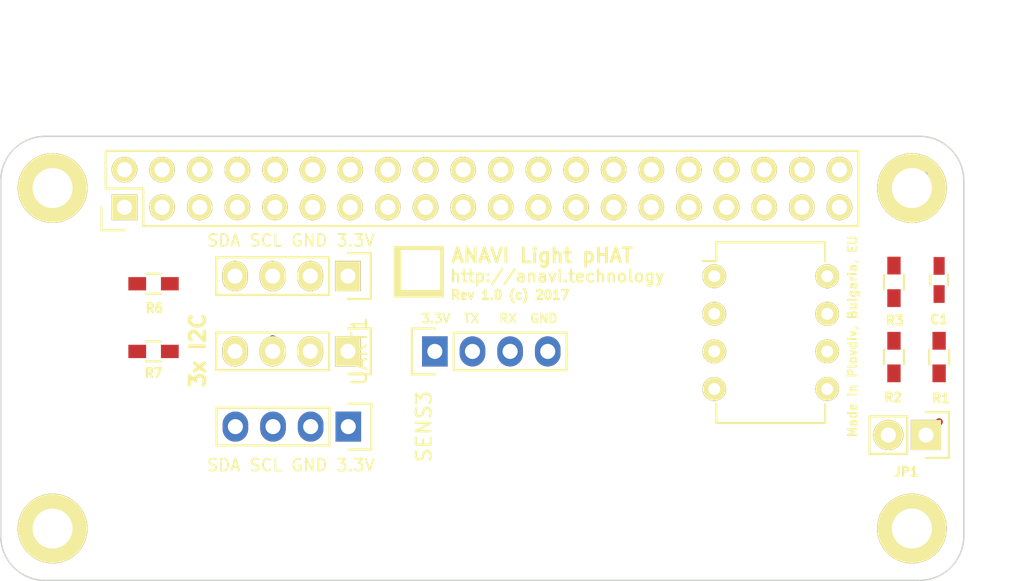
<source format=kicad_pcb>
(kicad_pcb (version 4) (host pcbnew 4.0.5+dfsg1-4)

  (general
    (links 47)
    (no_connects 47)
    (area 148.451099 74.953599 213.551101 105.053601)
    (thickness 1.6)
    (drawings 30)
    (tracks 63)
    (zones 0)
    (modules 18)
    (nets 10)
  )

  (page A4)
  (title_block
    (title "Anavi Infra pHAT")
    (date 2017-01-21)
    (company "Anavi Technology")
  )

  (layers
    (0 F.Cu signal)
    (31 B.Cu signal)
    (32 B.Adhes user)
    (33 F.Adhes user)
    (34 B.Paste user)
    (35 F.Paste user)
    (36 B.SilkS user)
    (37 F.SilkS user)
    (38 B.Mask user)
    (39 F.Mask user)
    (40 Dwgs.User user)
    (41 Cmts.User user)
    (42 Eco1.User user)
    (43 Eco2.User user)
    (44 Edge.Cuts user)
    (45 Margin user)
    (46 B.CrtYd user)
    (47 F.CrtYd user)
    (48 B.Fab user hide)
    (49 F.Fab user hide)
  )

  (setup
    (last_trace_width 0.5)
    (user_trace_width 0.254)
    (user_trace_width 0.5)
    (user_trace_width 0.754)
    (trace_clearance 0.254)
    (zone_clearance 0.508)
    (zone_45_only no)
    (trace_min 0.25)
    (segment_width 0.2)
    (edge_width 0.1)
    (via_size 0.85)
    (via_drill 0.4)
    (via_min_size 0.4)
    (via_min_drill 0.3)
    (uvia_size 0.35)
    (uvia_drill 0.1)
    (uvias_allowed no)
    (uvia_min_size 0.2)
    (uvia_min_drill 0.1)
    (pcb_text_width 0.3)
    (pcb_text_size 1.5 1.5)
    (mod_edge_width 0.15)
    (mod_text_size 1 1)
    (mod_text_width 0.15)
    (pad_size 4.7 4.7)
    (pad_drill 2.7)
    (pad_to_mask_clearance 0)
    (aux_axis_origin 0 0)
    (visible_elements FFFFFF1F)
    (pcbplotparams
      (layerselection 0x010f0_80000001)
      (usegerberextensions true)
      (excludeedgelayer true)
      (linewidth 0.100000)
      (plotframeref false)
      (viasonmask false)
      (mode 1)
      (useauxorigin false)
      (hpglpennumber 1)
      (hpglpenspeed 20)
      (hpglpendiameter 15)
      (hpglpenoverlay 2)
      (psnegative false)
      (psa4output false)
      (plotreference true)
      (plotvalue true)
      (plotinvisibletext false)
      (padsonsilk false)
      (subtractmaskfromsilk false)
      (outputformat 1)
      (mirror false)
      (drillshape 0)
      (scaleselection 1)
      (outputdirectory plots/rev-1.1/))
  )

  (net 0 "")
  (net 1 +3V3)
  (net 2 +5V)
  (net 3 "Net-(JP1-Pad1)")
  (net 4 "Net-(R2-Pad2)")
  (net 5 "Net-(R3-Pad2)")
  (net 6 "Net-(R6-Pad2)")
  (net 7 "Net-(R7-Pad2)")
  (net 8 /TXD)
  (net 9 /RXD)

  (net_class Default "This is the default net class."
    (clearance 0.254)
    (trace_width 0.5)
    (via_dia 0.85)
    (via_drill 0.4)
    (uvia_dia 0.35)
    (uvia_drill 0.1)
    (add_net +3V3)
    (add_net +5V)
    (add_net /RXD)
    (add_net /TXD)
    (add_net "Net-(JP1-Pad1)")
    (add_net "Net-(R2-Pad2)")
    (add_net "Net-(R3-Pad2)")
    (add_net "Net-(R6-Pad2)")
    (add_net "Net-(R7-Pad2)")
  )

  (net_class vcc ""
    (clearance 0.254)
    (trace_width 1.5)
    (via_dia 0.85)
    (via_drill 0.4)
    (uvia_dia 0.35)
    (uvia_drill 0.1)
  )

  (module Housings_DIP:DIP-8_W7.62mm (layer F.Cu) (tedit 588FBD0C) (tstamp 5883179C)
    (at 196.6595 84.455)
    (descr "8-lead dip package, row spacing 7.62 mm (300 mils)")
    (tags "dil dip 2.54 300")
    (path /56FB5761)
    (fp_text reference U1 (at 0 -5.22) (layer F.SilkS) hide
      (effects (font (size 1 1) (thickness 0.15)))
    )
    (fp_text value CAT24C32WI-GT3 (at 0 -3.72) (layer F.Fab) hide
      (effects (font (size 1 1) (thickness 0.15)))
    )
    (fp_line (start -1.05 -2.45) (end -1.05 10.1) (layer F.CrtYd) (width 0.05))
    (fp_line (start 8.65 -2.45) (end 8.65 10.1) (layer F.CrtYd) (width 0.05))
    (fp_line (start -1.05 -2.45) (end 8.65 -2.45) (layer F.CrtYd) (width 0.05))
    (fp_line (start -1.05 10.1) (end 8.65 10.1) (layer F.CrtYd) (width 0.05))
    (fp_line (start 0.135 -2.295) (end 0.135 -1.025) (layer F.SilkS) (width 0.15))
    (fp_line (start 7.485 -2.295) (end 7.485 -1.025) (layer F.SilkS) (width 0.15))
    (fp_line (start 7.485 9.915) (end 7.485 8.645) (layer F.SilkS) (width 0.15))
    (fp_line (start 0.135 9.915) (end 0.135 8.645) (layer F.SilkS) (width 0.15))
    (fp_line (start 0.135 -2.295) (end 7.485 -2.295) (layer F.SilkS) (width 0.15))
    (fp_line (start 0.135 9.915) (end 7.485 9.915) (layer F.SilkS) (width 0.15))
    (fp_line (start 0.135 -1.025) (end -0.8 -1.025) (layer F.SilkS) (width 0.15))
    (pad 1 thru_hole oval (at 0 0) (size 1.6 1.6) (drill 0.8) (layers *.Cu *.Mask F.SilkS)
      (net 1 +3V3))
    (pad 2 thru_hole oval (at 0 2.54) (size 1.6 1.6) (drill 0.8) (layers *.Cu *.Mask F.SilkS)
      (net 1 +3V3))
    (pad 3 thru_hole oval (at 0 5.08) (size 1.6 1.6) (drill 0.8) (layers *.Cu *.Mask F.SilkS)
      (net 1 +3V3))
    (pad 4 thru_hole oval (at 0 7.62) (size 1.6 1.6) (drill 0.8) (layers *.Cu *.Mask F.SilkS)
      (net 1 +3V3))
    (pad 5 thru_hole oval (at 7.62 7.62) (size 1.6 1.6) (drill 0.8) (layers *.Cu *.Mask F.SilkS)
      (net 5 "Net-(R3-Pad2)"))
    (pad 6 thru_hole oval (at 7.62 5.08) (size 1.6 1.6) (drill 0.8) (layers *.Cu *.Mask F.SilkS)
      (net 4 "Net-(R2-Pad2)"))
    (pad 7 thru_hole oval (at 7.62 2.54) (size 1.6 1.6) (drill 0.8) (layers *.Cu *.Mask F.SilkS)
      (net 3 "Net-(JP1-Pad1)"))
    (pad 8 thru_hole oval (at 7.62 0) (size 1.6 1.6) (drill 0.8) (layers *.Cu *.Mask F.SilkS)
      (net 1 +3V3))
    (model Housings_DIP.3dshapes/DIP-8_W7.62mm.wrl
      (at (xyz 0 0 0))
      (scale (xyz 1 1 1))
      (rotate (xyz 0 0 0))
    )
  )

  (module Pin_Headers:Pin_Header_Straight_1x04 (layer F.Cu) (tedit 588FBD33) (tstamp 58831788)
    (at 171.9335 84.448 270)
    (descr "Through hole pin header")
    (tags "pin header")
    (path /5752A123)
    (fp_text reference SENS2 (at 0 -5.1 270) (layer F.SilkS) hide
      (effects (font (size 1 1) (thickness 0.15)))
    )
    (fp_text value I2C_SENS_1 (at 0 -3.1 270) (layer F.Fab) hide
      (effects (font (size 1 1) (thickness 0.15)))
    )
    (fp_line (start -1.75 -1.75) (end -1.75 9.4) (layer F.CrtYd) (width 0.05))
    (fp_line (start 1.75 -1.75) (end 1.75 9.4) (layer F.CrtYd) (width 0.05))
    (fp_line (start -1.75 -1.75) (end 1.75 -1.75) (layer F.CrtYd) (width 0.05))
    (fp_line (start -1.75 9.4) (end 1.75 9.4) (layer F.CrtYd) (width 0.05))
    (fp_line (start -1.27 1.27) (end -1.27 8.89) (layer F.SilkS) (width 0.15))
    (fp_line (start 1.27 1.27) (end 1.27 8.89) (layer F.SilkS) (width 0.15))
    (fp_line (start 1.55 -1.55) (end 1.55 0) (layer F.SilkS) (width 0.15))
    (fp_line (start -1.27 8.89) (end 1.27 8.89) (layer F.SilkS) (width 0.15))
    (fp_line (start 1.27 1.27) (end -1.27 1.27) (layer F.SilkS) (width 0.15))
    (fp_line (start -1.55 0) (end -1.55 -1.55) (layer F.SilkS) (width 0.15))
    (fp_line (start -1.55 -1.55) (end 1.55 -1.55) (layer F.SilkS) (width 0.15))
    (pad 1 thru_hole rect (at 0 0 270) (size 2.032 1.7272) (drill 1.016) (layers *.Cu *.Mask F.SilkS)
      (net 1 +3V3))
    (pad 2 thru_hole oval (at 0 2.54 270) (size 2.032 1.7272) (drill 1.016) (layers *.Cu *.Mask F.SilkS)
      (net 1 +3V3))
    (pad 3 thru_hole oval (at 0 5.08 270) (size 2.032 1.7272) (drill 1.016) (layers *.Cu *.Mask F.SilkS)
      (net 7 "Net-(R7-Pad2)"))
    (pad 4 thru_hole oval (at 0 7.62 270) (size 2.032 1.7272) (drill 1.016) (layers *.Cu *.Mask F.SilkS)
      (net 6 "Net-(R6-Pad2)"))
    (model Pin_Headers.3dshapes/Pin_Header_Straight_1x04.wrl
      (at (xyz 0 -0.15 0))
      (scale (xyz 1 1 1))
      (rotate (xyz 0 0 90))
    )
  )

  (module Pin_Headers:Pin_Header_Straight_2x20 (layer F.Cu) (tedit 588FBD82) (tstamp 58831778)
    (at 156.85 79.8 90)
    (descr "Through hole pin header")
    (tags "pin header")
    (path /56FB7C7A)
    (fp_text reference RASP_CONN1 (at 0 -5.1 90) (layer F.SilkS) hide
      (effects (font (size 1 1) (thickness 0.15)))
    )
    (fp_text value Raspberry_PI (at 0 -3.1 90) (layer F.Fab) hide
      (effects (font (size 1 1) (thickness 0.15)))
    )
    (fp_line (start -1.75 -1.75) (end -1.75 50.05) (layer F.CrtYd) (width 0.05))
    (fp_line (start 4.3 -1.75) (end 4.3 50.05) (layer F.CrtYd) (width 0.05))
    (fp_line (start -1.75 -1.75) (end 4.3 -1.75) (layer F.CrtYd) (width 0.05))
    (fp_line (start -1.75 50.05) (end 4.3 50.05) (layer F.CrtYd) (width 0.05))
    (fp_line (start 3.81 49.53) (end 3.81 -1.27) (layer F.SilkS) (width 0.15))
    (fp_line (start -1.27 1.27) (end -1.27 49.53) (layer F.SilkS) (width 0.15))
    (fp_line (start 3.81 49.53) (end -1.27 49.53) (layer F.SilkS) (width 0.15))
    (fp_line (start 3.81 -1.27) (end 1.27 -1.27) (layer F.SilkS) (width 0.15))
    (fp_line (start 0 -1.55) (end -1.55 -1.55) (layer F.SilkS) (width 0.15))
    (fp_line (start 1.27 -1.27) (end 1.27 1.27) (layer F.SilkS) (width 0.15))
    (fp_line (start 1.27 1.27) (end -1.27 1.27) (layer F.SilkS) (width 0.15))
    (fp_line (start -1.55 -1.55) (end -1.55 0) (layer F.SilkS) (width 0.15))
    (pad 1 thru_hole rect (at 0 0 90) (size 1.7272 1.7272) (drill 1.016) (layers *.Cu *.Mask F.SilkS)
      (net 1 +3V3))
    (pad 2 thru_hole oval (at 2.54 0 90) (size 1.7272 1.7272) (drill 1.016) (layers *.Cu *.Mask F.SilkS)
      (net 2 +5V))
    (pad 3 thru_hole oval (at 0 2.54 90) (size 1.7272 1.7272) (drill 1.016) (layers *.Cu *.Mask F.SilkS)
      (net 6 "Net-(R6-Pad2)"))
    (pad 4 thru_hole oval (at 2.54 2.54 90) (size 1.7272 1.7272) (drill 1.016) (layers *.Cu *.Mask F.SilkS)
      (net 2 +5V))
    (pad 5 thru_hole oval (at 0 5.08 90) (size 1.7272 1.7272) (drill 1.016) (layers *.Cu *.Mask F.SilkS)
      (net 7 "Net-(R7-Pad2)"))
    (pad 6 thru_hole oval (at 2.54 5.08 90) (size 1.7272 1.7272) (drill 1.016) (layers *.Cu *.Mask F.SilkS)
      (net 1 +3V3))
    (pad 7 thru_hole oval (at 0 7.62 90) (size 1.7272 1.7272) (drill 1.016) (layers *.Cu *.Mask F.SilkS))
    (pad 8 thru_hole oval (at 2.54 7.62 90) (size 1.7272 1.7272) (drill 1.016) (layers *.Cu *.Mask F.SilkS)
      (net 8 /TXD))
    (pad 9 thru_hole oval (at 0 10.16 90) (size 1.7272 1.7272) (drill 1.016) (layers *.Cu *.Mask F.SilkS)
      (net 1 +3V3))
    (pad 10 thru_hole oval (at 2.54 10.16 90) (size 1.7272 1.7272) (drill 1.016) (layers *.Cu *.Mask F.SilkS)
      (net 9 /RXD))
    (pad 11 thru_hole oval (at 0 12.7 90) (size 1.7272 1.7272) (drill 1.016) (layers *.Cu *.Mask F.SilkS))
    (pad 12 thru_hole oval (at 2.54 12.7 90) (size 1.7272 1.7272) (drill 1.016) (layers *.Cu *.Mask F.SilkS))
    (pad 13 thru_hole oval (at 0 15.24 90) (size 1.7272 1.7272) (drill 1.016) (layers *.Cu *.Mask F.SilkS))
    (pad 14 thru_hole oval (at 2.54 15.24 90) (size 1.7272 1.7272) (drill 1.016) (layers *.Cu *.Mask F.SilkS)
      (net 1 +3V3))
    (pad 15 thru_hole oval (at 0 17.78 90) (size 1.7272 1.7272) (drill 1.016) (layers *.Cu *.Mask F.SilkS))
    (pad 16 thru_hole oval (at 2.54 17.78 90) (size 1.7272 1.7272) (drill 1.016) (layers *.Cu *.Mask F.SilkS))
    (pad 17 thru_hole oval (at 0 20.32 90) (size 1.7272 1.7272) (drill 1.016) (layers *.Cu *.Mask F.SilkS)
      (net 1 +3V3))
    (pad 18 thru_hole oval (at 2.54 20.32 90) (size 1.7272 1.7272) (drill 1.016) (layers *.Cu *.Mask F.SilkS))
    (pad 19 thru_hole oval (at 0 22.86 90) (size 1.7272 1.7272) (drill 1.016) (layers *.Cu *.Mask F.SilkS))
    (pad 20 thru_hole oval (at 2.54 22.86 90) (size 1.7272 1.7272) (drill 1.016) (layers *.Cu *.Mask F.SilkS)
      (net 1 +3V3))
    (pad 21 thru_hole oval (at 0 25.4 90) (size 1.7272 1.7272) (drill 1.016) (layers *.Cu *.Mask F.SilkS))
    (pad 22 thru_hole oval (at 2.54 25.4 90) (size 1.7272 1.7272) (drill 1.016) (layers *.Cu *.Mask F.SilkS))
    (pad 23 thru_hole oval (at 0 27.94 90) (size 1.7272 1.7272) (drill 1.016) (layers *.Cu *.Mask F.SilkS))
    (pad 24 thru_hole oval (at 2.54 27.94 90) (size 1.7272 1.7272) (drill 1.016) (layers *.Cu *.Mask F.SilkS))
    (pad 25 thru_hole oval (at 0 30.48 90) (size 1.7272 1.7272) (drill 1.016) (layers *.Cu *.Mask F.SilkS)
      (net 1 +3V3))
    (pad 26 thru_hole oval (at 2.54 30.48 90) (size 1.7272 1.7272) (drill 1.016) (layers *.Cu *.Mask F.SilkS))
    (pad 27 thru_hole oval (at 0 33.02 90) (size 1.7272 1.7272) (drill 1.016) (layers *.Cu *.Mask F.SilkS)
      (net 5 "Net-(R3-Pad2)"))
    (pad 28 thru_hole oval (at 2.54 33.02 90) (size 1.7272 1.7272) (drill 1.016) (layers *.Cu *.Mask F.SilkS)
      (net 4 "Net-(R2-Pad2)"))
    (pad 29 thru_hole oval (at 0 35.56 90) (size 1.7272 1.7272) (drill 1.016) (layers *.Cu *.Mask F.SilkS))
    (pad 30 thru_hole oval (at 2.54 35.56 90) (size 1.7272 1.7272) (drill 1.016) (layers *.Cu *.Mask F.SilkS)
      (net 1 +3V3))
    (pad 31 thru_hole oval (at 0 38.1 90) (size 1.7272 1.7272) (drill 1.016) (layers *.Cu *.Mask F.SilkS))
    (pad 32 thru_hole oval (at 2.54 38.1 90) (size 1.7272 1.7272) (drill 1.016) (layers *.Cu *.Mask F.SilkS))
    (pad 33 thru_hole oval (at 0 40.64 90) (size 1.7272 1.7272) (drill 1.016) (layers *.Cu *.Mask F.SilkS))
    (pad 34 thru_hole oval (at 2.54 40.64 90) (size 1.7272 1.7272) (drill 1.016) (layers *.Cu *.Mask F.SilkS)
      (net 1 +3V3))
    (pad 35 thru_hole oval (at 0 43.18 90) (size 1.7272 1.7272) (drill 1.016) (layers *.Cu *.Mask F.SilkS))
    (pad 36 thru_hole oval (at 2.54 43.18 90) (size 1.7272 1.7272) (drill 1.016) (layers *.Cu *.Mask F.SilkS))
    (pad 37 thru_hole oval (at 0 45.72 90) (size 1.7272 1.7272) (drill 1.016) (layers *.Cu *.Mask F.SilkS))
    (pad 38 thru_hole oval (at 2.54 45.72 90) (size 1.7272 1.7272) (drill 1.016) (layers *.Cu *.Mask F.SilkS))
    (pad 39 thru_hole oval (at 0 48.26 90) (size 1.7272 1.7272) (drill 1.016) (layers *.Cu *.Mask F.SilkS)
      (net 1 +3V3))
    (pad 40 thru_hole oval (at 2.54 48.26 90) (size 1.7272 1.7272) (drill 1.016) (layers *.Cu *.Mask F.SilkS))
    (model Pin_Headers.3dshapes/Pin_Header_Straight_2x20.wrl
      (at (xyz 0.05 -0.95 0))
      (scale (xyz 1 1 1))
      (rotate (xyz 0 0 90))
    )
  )

  (module Capacitors_SMD:C_0603_HandSoldering (layer F.Cu) (tedit 58E742C4) (tstamp 58831703)
    (at 211.836 84.709 90)
    (descr "Capacitor SMD 0603, hand soldering")
    (tags "capacitor 0603")
    (path /56FB5967)
    (attr smd)
    (fp_text reference C1 (at -2.667 0 180) (layer F.SilkS)
      (effects (font (size 0.6 0.6) (thickness 0.15)))
    )
    (fp_text value 0.1 (at 0 1.9 90) (layer F.Fab) hide
      (effects (font (size 1 1) (thickness 0.15)))
    )
    (fp_line (start -1.85 -0.75) (end 1.85 -0.75) (layer F.CrtYd) (width 0.05))
    (fp_line (start -1.85 0.75) (end 1.85 0.75) (layer F.CrtYd) (width 0.05))
    (fp_line (start -1.85 -0.75) (end -1.85 0.75) (layer F.CrtYd) (width 0.05))
    (fp_line (start 1.85 -0.75) (end 1.85 0.75) (layer F.CrtYd) (width 0.05))
    (fp_line (start -0.35 -0.6) (end 0.35 -0.6) (layer F.SilkS) (width 0.15))
    (fp_line (start 0.35 0.6) (end -0.35 0.6) (layer F.SilkS) (width 0.15))
    (pad 1 smd rect (at -0.95 0 90) (size 1.2 0.75) (layers F.Cu F.Paste F.Mask)
      (net 1 +3V3))
    (pad 2 smd rect (at 0.95 0 90) (size 1.2 0.75) (layers F.Cu F.Paste F.Mask)
      (net 1 +3V3))
    (model Capacitors_SMD.3dshapes/C_0603_HandSoldering.wrl
      (at (xyz 0 0 0))
      (scale (xyz 1 1 1))
      (rotate (xyz 0 0 0))
    )
  )

  (module Pin_Headers:Pin_Header_Straight_1x02 (layer F.Cu) (tedit 58E742DE) (tstamp 5883171B)
    (at 210.947 95.1865 270)
    (descr "Through hole pin header")
    (tags "pin header")
    (path /570C5478)
    (fp_text reference JP1 (at 2.4765 1.3335 360) (layer F.SilkS)
      (effects (font (size 0.6 0.6) (thickness 0.15)))
    )
    (fp_text value JUMPER (at 0 -3.1 270) (layer F.Fab) hide
      (effects (font (size 1 1) (thickness 0.15)))
    )
    (fp_line (start 1.27 1.27) (end 1.27 3.81) (layer F.SilkS) (width 0.15))
    (fp_line (start 1.55 -1.55) (end 1.55 0) (layer F.SilkS) (width 0.15))
    (fp_line (start -1.75 -1.75) (end -1.75 4.3) (layer F.CrtYd) (width 0.05))
    (fp_line (start 1.75 -1.75) (end 1.75 4.3) (layer F.CrtYd) (width 0.05))
    (fp_line (start -1.75 -1.75) (end 1.75 -1.75) (layer F.CrtYd) (width 0.05))
    (fp_line (start -1.75 4.3) (end 1.75 4.3) (layer F.CrtYd) (width 0.05))
    (fp_line (start 1.27 1.27) (end -1.27 1.27) (layer F.SilkS) (width 0.15))
    (fp_line (start -1.55 0) (end -1.55 -1.55) (layer F.SilkS) (width 0.15))
    (fp_line (start -1.55 -1.55) (end 1.55 -1.55) (layer F.SilkS) (width 0.15))
    (fp_line (start -1.27 1.27) (end -1.27 3.81) (layer F.SilkS) (width 0.15))
    (fp_line (start -1.27 3.81) (end 1.27 3.81) (layer F.SilkS) (width 0.15))
    (pad 1 thru_hole rect (at 0 0 270) (size 2.032 2.032) (drill 1.016) (layers *.Cu *.Mask F.SilkS)
      (net 3 "Net-(JP1-Pad1)"))
    (pad 2 thru_hole oval (at 0 2.54 270) (size 2.032 2.032) (drill 1.016) (layers *.Cu *.Mask F.SilkS)
      (net 1 +3V3))
    (model Pin_Headers.3dshapes/Pin_Header_Straight_1x02.wrl
      (at (xyz 0 -0.05 0))
      (scale (xyz 1 1 1))
      (rotate (xyz 0 0 90))
    )
  )

  (module Resistors_SMD:R_0603_HandSoldering (layer F.Cu) (tedit 58E742CF) (tstamp 58831728)
    (at 211.836 89.916 270)
    (descr "Resistor SMD 0603, hand soldering")
    (tags "resistor 0603")
    (path /56FB57DD)
    (attr smd)
    (fp_text reference R1 (at 2.794 -0.127 360) (layer F.SilkS)
      (effects (font (size 0.6 0.6) (thickness 0.15)))
    )
    (fp_text value 1K (at 0 1.9 270) (layer F.Fab) hide
      (effects (font (size 1 1) (thickness 0.15)))
    )
    (fp_line (start -2 -0.8) (end 2 -0.8) (layer F.CrtYd) (width 0.05))
    (fp_line (start -2 0.8) (end 2 0.8) (layer F.CrtYd) (width 0.05))
    (fp_line (start -2 -0.8) (end -2 0.8) (layer F.CrtYd) (width 0.05))
    (fp_line (start 2 -0.8) (end 2 0.8) (layer F.CrtYd) (width 0.05))
    (fp_line (start 0.5 0.675) (end -0.5 0.675) (layer F.SilkS) (width 0.15))
    (fp_line (start -0.5 -0.675) (end 0.5 -0.675) (layer F.SilkS) (width 0.15))
    (pad 1 smd rect (at -1.1 0 270) (size 1.2 0.9) (layers F.Cu F.Paste F.Mask)
      (net 1 +3V3))
    (pad 2 smd rect (at 1.1 0 270) (size 1.2 0.9) (layers F.Cu F.Paste F.Mask)
      (net 3 "Net-(JP1-Pad1)"))
    (model Resistors_SMD.3dshapes/R_0603_HandSoldering.wrl
      (at (xyz 0 0 0))
      (scale (xyz 1 1 1))
      (rotate (xyz 0 0 0))
    )
  )

  (module Resistors_SMD:R_0603_HandSoldering (layer F.Cu) (tedit 58E742CA) (tstamp 5883172E)
    (at 208.788 89.916 270)
    (descr "Resistor SMD 0603, hand soldering")
    (tags "resistor 0603")
    (path /56FB589D)
    (attr smd)
    (fp_text reference R2 (at 2.7305 0.0635 360) (layer F.SilkS)
      (effects (font (size 0.6 0.6) (thickness 0.15)))
    )
    (fp_text value 4.7K (at 0 1.9 270) (layer F.Fab) hide
      (effects (font (size 1 1) (thickness 0.15)))
    )
    (fp_line (start -2 -0.8) (end 2 -0.8) (layer F.CrtYd) (width 0.05))
    (fp_line (start -2 0.8) (end 2 0.8) (layer F.CrtYd) (width 0.05))
    (fp_line (start -2 -0.8) (end -2 0.8) (layer F.CrtYd) (width 0.05))
    (fp_line (start 2 -0.8) (end 2 0.8) (layer F.CrtYd) (width 0.05))
    (fp_line (start 0.5 0.675) (end -0.5 0.675) (layer F.SilkS) (width 0.15))
    (fp_line (start -0.5 -0.675) (end 0.5 -0.675) (layer F.SilkS) (width 0.15))
    (pad 1 smd rect (at -1.1 0 270) (size 1.2 0.9) (layers F.Cu F.Paste F.Mask)
      (net 1 +3V3))
    (pad 2 smd rect (at 1.1 0 270) (size 1.2 0.9) (layers F.Cu F.Paste F.Mask)
      (net 4 "Net-(R2-Pad2)"))
    (model Resistors_SMD.3dshapes/R_0603_HandSoldering.wrl
      (at (xyz 0 0 0))
      (scale (xyz 1 1 1))
      (rotate (xyz 0 0 0))
    )
  )

  (module Resistors_SMD:R_0603_HandSoldering (layer F.Cu) (tedit 58E742BC) (tstamp 58831734)
    (at 208.788 84.836 90)
    (descr "Resistor SMD 0603, hand soldering")
    (tags "resistor 0603")
    (path /56FB5912)
    (attr smd)
    (fp_text reference R3 (at -2.6035 0.0635 180) (layer F.SilkS)
      (effects (font (size 0.6 0.6) (thickness 0.15)))
    )
    (fp_text value 4.7K (at 0 1.9 90) (layer F.Fab) hide
      (effects (font (size 1 1) (thickness 0.15)))
    )
    (fp_line (start -2 -0.8) (end 2 -0.8) (layer F.CrtYd) (width 0.05))
    (fp_line (start -2 0.8) (end 2 0.8) (layer F.CrtYd) (width 0.05))
    (fp_line (start -2 -0.8) (end -2 0.8) (layer F.CrtYd) (width 0.05))
    (fp_line (start 2 -0.8) (end 2 0.8) (layer F.CrtYd) (width 0.05))
    (fp_line (start 0.5 0.675) (end -0.5 0.675) (layer F.SilkS) (width 0.15))
    (fp_line (start -0.5 -0.675) (end 0.5 -0.675) (layer F.SilkS) (width 0.15))
    (pad 1 smd rect (at -1.1 0 90) (size 1.2 0.9) (layers F.Cu F.Paste F.Mask)
      (net 1 +3V3))
    (pad 2 smd rect (at 1.1 0 90) (size 1.2 0.9) (layers F.Cu F.Paste F.Mask)
      (net 5 "Net-(R3-Pad2)"))
    (model Resistors_SMD.3dshapes/R_0603_HandSoldering.wrl
      (at (xyz 0 0 0))
      (scale (xyz 1 1 1))
      (rotate (xyz 0 0 0))
    )
  )

  (module Resistors_SMD:R_0603_HandSoldering (layer F.Cu) (tedit 58E741CC) (tstamp 58831746)
    (at 158.8135 84.963)
    (descr "Resistor SMD 0603, hand soldering")
    (tags "resistor 0603")
    (path /570C0762)
    (attr smd)
    (fp_text reference R6 (at 0.0635 1.651) (layer F.SilkS)
      (effects (font (size 0.6 0.6) (thickness 0.15)))
    )
    (fp_text value 4.7K (at 0 1.9) (layer F.Fab) hide
      (effects (font (size 1 1) (thickness 0.15)))
    )
    (fp_line (start -2 -0.8) (end 2 -0.8) (layer F.CrtYd) (width 0.05))
    (fp_line (start -2 0.8) (end 2 0.8) (layer F.CrtYd) (width 0.05))
    (fp_line (start -2 -0.8) (end -2 0.8) (layer F.CrtYd) (width 0.05))
    (fp_line (start 2 -0.8) (end 2 0.8) (layer F.CrtYd) (width 0.05))
    (fp_line (start 0.5 0.675) (end -0.5 0.675) (layer F.SilkS) (width 0.15))
    (fp_line (start -0.5 -0.675) (end 0.5 -0.675) (layer F.SilkS) (width 0.15))
    (pad 1 smd rect (at -1.1 0) (size 1.2 0.9) (layers F.Cu F.Paste F.Mask)
      (net 1 +3V3))
    (pad 2 smd rect (at 1.1 0) (size 1.2 0.9) (layers F.Cu F.Paste F.Mask)
      (net 6 "Net-(R6-Pad2)"))
    (model Resistors_SMD.3dshapes/R_0603_HandSoldering.wrl
      (at (xyz 0 0 0))
      (scale (xyz 1 1 1))
      (rotate (xyz 0 0 0))
    )
  )

  (module Resistors_SMD:R_0603_HandSoldering (layer F.Cu) (tedit 58E74205) (tstamp 5883174C)
    (at 158.8135 89.535)
    (descr "Resistor SMD 0603, hand soldering")
    (tags "resistor 0603")
    (path /570C0BD5)
    (attr smd)
    (fp_text reference R7 (at 0 1.4605) (layer F.SilkS)
      (effects (font (size 0.6 0.6) (thickness 0.15)))
    )
    (fp_text value 4.7K (at 0 1.9) (layer F.Fab) hide
      (effects (font (size 1 1) (thickness 0.15)))
    )
    (fp_line (start -2 -0.8) (end 2 -0.8) (layer F.CrtYd) (width 0.05))
    (fp_line (start -2 0.8) (end 2 0.8) (layer F.CrtYd) (width 0.05))
    (fp_line (start -2 -0.8) (end -2 0.8) (layer F.CrtYd) (width 0.05))
    (fp_line (start 2 -0.8) (end 2 0.8) (layer F.CrtYd) (width 0.05))
    (fp_line (start 0.5 0.675) (end -0.5 0.675) (layer F.SilkS) (width 0.15))
    (fp_line (start -0.5 -0.675) (end 0.5 -0.675) (layer F.SilkS) (width 0.15))
    (pad 1 smd rect (at -1.1 0) (size 1.2 0.9) (layers F.Cu F.Paste F.Mask)
      (net 1 +3V3))
    (pad 2 smd rect (at 1.1 0) (size 1.2 0.9) (layers F.Cu F.Paste F.Mask)
      (net 7 "Net-(R7-Pad2)"))
    (model Resistors_SMD.3dshapes/R_0603_HandSoldering.wrl
      (at (xyz 0 0 0))
      (scale (xyz 1 1 1))
      (rotate (xyz 0 0 0))
    )
  )

  (module Pin_Headers:Pin_Header_Straight_1x04 (layer F.Cu) (tedit 588FBD3A) (tstamp 58831780)
    (at 171.9335 89.528 270)
    (descr "Through hole pin header")
    (tags "pin header")
    (path /5704A9C3)
    (fp_text reference SENS1 (at 0 -5.1 270) (layer F.SilkS) hide
      (effects (font (size 1 1) (thickness 0.15)))
    )
    (fp_text value I2C_SENS_1 (at 0 -3.1 270) (layer F.Fab) hide
      (effects (font (size 1 1) (thickness 0.15)))
    )
    (fp_line (start -1.75 -1.75) (end -1.75 9.4) (layer F.CrtYd) (width 0.05))
    (fp_line (start 1.75 -1.75) (end 1.75 9.4) (layer F.CrtYd) (width 0.05))
    (fp_line (start -1.75 -1.75) (end 1.75 -1.75) (layer F.CrtYd) (width 0.05))
    (fp_line (start -1.75 9.4) (end 1.75 9.4) (layer F.CrtYd) (width 0.05))
    (fp_line (start -1.27 1.27) (end -1.27 8.89) (layer F.SilkS) (width 0.15))
    (fp_line (start 1.27 1.27) (end 1.27 8.89) (layer F.SilkS) (width 0.15))
    (fp_line (start 1.55 -1.55) (end 1.55 0) (layer F.SilkS) (width 0.15))
    (fp_line (start -1.27 8.89) (end 1.27 8.89) (layer F.SilkS) (width 0.15))
    (fp_line (start 1.27 1.27) (end -1.27 1.27) (layer F.SilkS) (width 0.15))
    (fp_line (start -1.55 0) (end -1.55 -1.55) (layer F.SilkS) (width 0.15))
    (fp_line (start -1.55 -1.55) (end 1.55 -1.55) (layer F.SilkS) (width 0.15))
    (pad 1 thru_hole rect (at 0 0 270) (size 2.032 1.7272) (drill 1.016) (layers *.Cu *.Mask F.SilkS)
      (net 1 +3V3))
    (pad 2 thru_hole oval (at 0 2.54 270) (size 2.032 1.7272) (drill 1.016) (layers *.Cu *.Mask F.SilkS)
      (net 1 +3V3))
    (pad 3 thru_hole oval (at 0 5.08 270) (size 2.032 1.7272) (drill 1.016) (layers *.Cu *.Mask F.SilkS)
      (net 7 "Net-(R7-Pad2)"))
    (pad 4 thru_hole oval (at 0 7.62 270) (size 2.032 1.7272) (drill 1.016) (layers *.Cu *.Mask F.SilkS)
      (net 6 "Net-(R6-Pad2)"))
    (model Pin_Headers.3dshapes/Pin_Header_Straight_1x04.wrl
      (at (xyz 0 -0.15 0))
      (scale (xyz 1 1 1))
      (rotate (xyz 0 0 90))
    )
  )

  (module Mounting_Holes:MountingHole_2.7mm_M2.5_DIN965_Pad (layer F.Cu) (tedit 588FBCDB) (tstamp 588C38C3)
    (at 152 78.5)
    (descr "Mounting Hole 2.7mm, M2.5, DIN965")
    (tags "mounting hole 2.7mm m2.5 din965")
    (fp_text reference REF1 (at 0 -3.35) (layer F.SilkS) hide
      (effects (font (size 1 1) (thickness 0.15)))
    )
    (fp_text value MountingHole_2.7mm_M2.5_DIN965_Pad (at 0 3.35) (layer F.Fab) hide
      (effects (font (size 1 1) (thickness 0.15)))
    )
    (fp_circle (center 0 0) (end 2.35 0) (layer Cmts.User) (width 0.15))
    (fp_circle (center 0 0) (end 2.6 0) (layer F.CrtYd) (width 0.05))
    (pad 1 thru_hole circle (at 0 0) (size 4.7 4.7) (drill 2.7) (layers *.Cu *.Mask F.SilkS))
  )

  (module Mounting_Holes:MountingHole_2.7mm_M2.5_DIN965_Pad (layer F.Cu) (tedit 588FBCD6) (tstamp 588C38D0)
    (at 210 78.5)
    (descr "Mounting Hole 2.7mm, M2.5, DIN965")
    (tags "mounting hole 2.7mm m2.5 din965")
    (fp_text reference REF2 (at 0 -3.35) (layer F.SilkS) hide
      (effects (font (size 1 1) (thickness 0.15)))
    )
    (fp_text value MountingHole_2.7mm_M2.5_DIN965_Pad (at 0 3.35) (layer F.Fab) hide
      (effects (font (size 1 1) (thickness 0.15)))
    )
    (fp_circle (center 0 0) (end 2.35 0) (layer Cmts.User) (width 0.15))
    (fp_circle (center 0 0) (end 2.6 0) (layer F.CrtYd) (width 0.05))
    (pad 2 thru_hole circle (at 0 0) (size 4.7 4.7) (drill 2.7) (layers *.Cu *.Mask F.SilkS))
  )

  (module Mounting_Holes:MountingHole_2.7mm_M2.5_DIN965_Pad (layer F.Cu) (tedit 588FBCC1) (tstamp 588C398A)
    (at 210 101.5)
    (descr "Mounting Hole 2.7mm, M2.5, DIN965")
    (tags "mounting hole 2.7mm m2.5 din965")
    (fp_text reference REF3 (at 0 -3.35) (layer F.SilkS) hide
      (effects (font (size 1 1) (thickness 0.15)))
    )
    (fp_text value MountingHole_2.7mm_M2.5_DIN965_Pad (at 0 3.35) (layer F.Fab) hide
      (effects (font (size 1 1) (thickness 0.15)))
    )
    (fp_circle (center 0 0) (end 2.35 0) (layer Cmts.User) (width 0.15))
    (fp_circle (center 0 0) (end 2.6 0) (layer F.CrtYd) (width 0.05))
    (pad 3 thru_hole circle (at 0 0) (size 4.7 4.7) (drill 2.7) (layers *.Cu *.Mask F.SilkS))
  )

  (module Mounting_Holes:MountingHole_2.7mm_M2.5_DIN965_Pad (layer F.Cu) (tedit 588FBCE4) (tstamp 588C39A5)
    (at 152 101.5)
    (descr "Mounting Hole 2.7mm, M2.5, DIN965")
    (tags "mounting hole 2.7mm m2.5 din965")
    (fp_text reference REF4 (at 0 -3.35) (layer F.SilkS) hide
      (effects (font (size 1 1) (thickness 0.15)))
    )
    (fp_text value MountingHole_2.7mm_M2.5_DIN965_Pad (at 0 3.35) (layer F.Fab) hide
      (effects (font (size 1 1) (thickness 0.15)))
    )
    (fp_circle (center 0 0) (end 2.35 0) (layer Cmts.User) (width 0.15))
    (fp_circle (center 0 0) (end 2.6 0) (layer F.CrtYd) (width 0.05))
    (pad 4 thru_hole circle (at 0 0) (size 4.7 4.7) (drill 2.7) (layers *.Cu *.Mask F.SilkS))
  )

  (module logo:anavi-logo (layer F.Cu) (tedit 588538F6) (tstamp 58884B14)
    (at 176.7205 84.201)
    (fp_text reference "" (at 0 0) (layer F.SilkS) hide
      (effects (font (thickness 0.3)))
    )
    (fp_text value LOGO (at 0.75 0) (layer F.SilkS) hide
      (effects (font (thickness 0.3)))
    )
    (fp_poly (pts (xy 1.693334 1.693334) (xy -1.693333 1.693334) (xy -1.693333 -1.524) (xy -1.185333 -1.524)
      (xy -1.185333 1.185334) (xy 1.439334 1.185334) (xy 1.439334 -1.524) (xy -1.185333 -1.524)
      (xy -1.693333 -1.524) (xy -1.693333 -1.778) (xy 1.693334 -1.778) (xy 1.693334 1.693334)) (layer F.SilkS) (width 0.01))
  )

  (module Pin_Headers:Pin_Header_Straight_1x04 (layer F.Cu) (tedit 0) (tstamp 596D05DD)
    (at 177.8 89.535 90)
    (descr "Through hole pin header")
    (tags "pin header")
    (path /574EB04E)
    (fp_text reference UART1 (at 0 -5.1 90) (layer F.SilkS)
      (effects (font (size 1 1) (thickness 0.15)))
    )
    (fp_text value CONN_01X04 (at 0 -3.1 90) (layer F.Fab)
      (effects (font (size 1 1) (thickness 0.15)))
    )
    (fp_line (start -1.75 -1.75) (end -1.75 9.4) (layer F.CrtYd) (width 0.05))
    (fp_line (start 1.75 -1.75) (end 1.75 9.4) (layer F.CrtYd) (width 0.05))
    (fp_line (start -1.75 -1.75) (end 1.75 -1.75) (layer F.CrtYd) (width 0.05))
    (fp_line (start -1.75 9.4) (end 1.75 9.4) (layer F.CrtYd) (width 0.05))
    (fp_line (start -1.27 1.27) (end -1.27 8.89) (layer F.SilkS) (width 0.15))
    (fp_line (start 1.27 1.27) (end 1.27 8.89) (layer F.SilkS) (width 0.15))
    (fp_line (start 1.55 -1.55) (end 1.55 0) (layer F.SilkS) (width 0.15))
    (fp_line (start -1.27 8.89) (end 1.27 8.89) (layer F.SilkS) (width 0.15))
    (fp_line (start 1.27 1.27) (end -1.27 1.27) (layer F.SilkS) (width 0.15))
    (fp_line (start -1.55 0) (end -1.55 -1.55) (layer F.SilkS) (width 0.15))
    (fp_line (start -1.55 -1.55) (end 1.55 -1.55) (layer F.SilkS) (width 0.15))
    (pad 1 thru_hole rect (at 0 0 90) (size 2.032 1.7272) (drill 1.016) (layers *.Cu *.Mask)
      (net 1 +3V3))
    (pad 2 thru_hole oval (at 0 2.54 90) (size 2.032 1.7272) (drill 1.016) (layers *.Cu *.Mask)
      (net 8 /TXD))
    (pad 3 thru_hole oval (at 0 5.08 90) (size 2.032 1.7272) (drill 1.016) (layers *.Cu *.Mask)
      (net 9 /RXD))
    (pad 4 thru_hole oval (at 0 7.62 90) (size 2.032 1.7272) (drill 1.016) (layers *.Cu *.Mask)
      (net 1 +3V3))
    (model Pin_Headers.3dshapes/Pin_Header_Straight_1x04.wrl
      (at (xyz 0 -0.15 0))
      (scale (xyz 1 1 1))
      (rotate (xyz 0 0 90))
    )
  )

  (module Pin_Headers:Pin_Header_Straight_1x04 (layer F.Cu) (tedit 0) (tstamp 596D06DF)
    (at 171.958 94.615 270)
    (descr "Through hole pin header")
    (tags "pin header")
    (path /596D1403)
    (fp_text reference SENS3 (at 0 -5.1 270) (layer F.SilkS)
      (effects (font (size 1 1) (thickness 0.15)))
    )
    (fp_text value I2C_SENS_1 (at 0 -3.1 270) (layer F.Fab)
      (effects (font (size 1 1) (thickness 0.15)))
    )
    (fp_line (start -1.75 -1.75) (end -1.75 9.4) (layer F.CrtYd) (width 0.05))
    (fp_line (start 1.75 -1.75) (end 1.75 9.4) (layer F.CrtYd) (width 0.05))
    (fp_line (start -1.75 -1.75) (end 1.75 -1.75) (layer F.CrtYd) (width 0.05))
    (fp_line (start -1.75 9.4) (end 1.75 9.4) (layer F.CrtYd) (width 0.05))
    (fp_line (start -1.27 1.27) (end -1.27 8.89) (layer F.SilkS) (width 0.15))
    (fp_line (start 1.27 1.27) (end 1.27 8.89) (layer F.SilkS) (width 0.15))
    (fp_line (start 1.55 -1.55) (end 1.55 0) (layer F.SilkS) (width 0.15))
    (fp_line (start -1.27 8.89) (end 1.27 8.89) (layer F.SilkS) (width 0.15))
    (fp_line (start 1.27 1.27) (end -1.27 1.27) (layer F.SilkS) (width 0.15))
    (fp_line (start -1.55 0) (end -1.55 -1.55) (layer F.SilkS) (width 0.15))
    (fp_line (start -1.55 -1.55) (end 1.55 -1.55) (layer F.SilkS) (width 0.15))
    (pad 1 thru_hole rect (at 0 0 270) (size 2.032 1.7272) (drill 1.016) (layers *.Cu *.Mask)
      (net 1 +3V3))
    (pad 2 thru_hole oval (at 0 2.54 270) (size 2.032 1.7272) (drill 1.016) (layers *.Cu *.Mask)
      (net 1 +3V3))
    (pad 3 thru_hole oval (at 0 5.08 270) (size 2.032 1.7272) (drill 1.016) (layers *.Cu *.Mask)
      (net 7 "Net-(R7-Pad2)"))
    (pad 4 thru_hole oval (at 0 7.62 270) (size 2.032 1.7272) (drill 1.016) (layers *.Cu *.Mask)
      (net 6 "Net-(R6-Pad2)"))
    (model Pin_Headers.3dshapes/Pin_Header_Straight_1x04.wrl
      (at (xyz 0 -0.15 0))
      (scale (xyz 1 1 1))
      (rotate (xyz 0 0 90))
    )
  )

  (gr_line (start 179.0065 101.1555) (end 183.9595 101.1555) (angle 90) (layer F.Fab) (width 0.2))
  (gr_text "SDA SCL GND 3.3V" (at 168.0845 82.042) (layer F.SilkS)
    (effects (font (size 0.8 0.8) (thickness 0.125)))
  )
  (gr_text 4,7K (at 160.02 94.234 90) (layer F.Fab)
    (effects (font (size 1 1) (thickness 0.25)))
  )
  (gr_text 4,7K (at 158.877 89.535) (layer F.Fab)
    (effects (font (size 1 1) (thickness 0.25)))
  )
  (gr_text 4,7K (at 158.877 84.963) (layer F.Fab)
    (effects (font (size 1 1) (thickness 0.25)))
  )
  (gr_text "SDA SCL GND 3.3V" (at 168.0845 97.2185) (layer F.SilkS)
    (effects (font (size 0.8 0.8) (thickness 0.125)))
  )
  (gr_text 100nF (at 211.836 84.709 90) (layer F.Fab)
    (effects (font (size 1 0.8) (thickness 0.2)))
  )
  (gr_text 1K (at 211.963 89.916 90) (layer F.Fab)
    (effects (font (size 1 1) (thickness 0.25)))
  )
  (gr_text 4,7K (at 208.915 90.043 90) (layer F.Fab)
    (effects (font (size 1 1) (thickness 0.25)))
  )
  (gr_text 4,7K (at 208.915 84.836 90) (layer F.Fab)
    (effects (font (size 1 1) (thickness 0.25)))
  )
  (gr_text "Rev 1.0 (c) 2017" (at 182.88 85.725) (layer F.SilkS)
    (effects (font (size 0.6 0.6) (thickness 0.15)))
  )
  (gr_text "3.3V  TX   RX  GND" (at 181.483 87.3125) (layer F.SilkS)
    (effects (font (size 0.6 0.6) (thickness 0.125)))
  )
  (gr_text "3x I2C" (at 161.798 89.4715 90) (layer F.SilkS)
    (effects (font (size 1 1) (thickness 0.25)))
  )
  (gr_text "Made in Plovdiv, Bulgaria, EU" (at 205.994 88.519 90) (layer F.SilkS)
    (effects (font (size 0.6 0.6) (thickness 0.125)))
  )
  (gr_text http://anavi.technology (at 186.055 84.455) (layer F.SilkS)
    (effects (font (size 0.8 0.8) (thickness 0.15)))
  )
  (gr_text "ANAVI Light pHAT" (at 185.039 83.058) (layer F.SilkS)
    (effects (font (size 0.95 0.95) (thickness 0.2)))
  )
  (dimension 3.5 (width 0.3) (layer F.CrtYd)
    (gr_text "3.500 mm" (at 211.75 67.65) (layer F.CrtYd)
      (effects (font (size 1.5 1.5) (thickness 0.3)))
    )
    (feature1 (pts (xy 213.5 78.5) (xy 213.5 66.3)))
    (feature2 (pts (xy 210 78.5) (xy 210 66.3)))
    (crossbar (pts (xy 210 69) (xy 213.5 69)))
    (arrow1a (pts (xy 213.5 69) (xy 212.373496 69.586421)))
    (arrow1b (pts (xy 213.5 69) (xy 212.373496 68.413579)))
    (arrow2a (pts (xy 210 69) (xy 211.126504 69.586421)))
    (arrow2b (pts (xy 210 69) (xy 211.126504 68.413579)))
  )
  (gr_line (start 152 78.46) (end 152 77.46) (angle 90) (layer B.SilkS) (width 0.2))
  (gr_line (start 148.5011 102.0036) (end 148.5011 78.0036) (layer Edge.Cuts) (width 0.1))
  (gr_line (start 210.5011 105.0036) (end 151.5011 105.0036) (layer Edge.Cuts) (width 0.1))
  (gr_line (start 213.5011 78.0036) (end 213.5011 102.0036) (layer Edge.Cuts) (width 0.1))
  (gr_line (start 151.5011 75.0036) (end 210.5011 75.0036) (layer Edge.Cuts) (width 0.1))
  (gr_arc (start 151.5011 78.0036) (end 151.5011 75.0036) (angle -90) (layer Edge.Cuts) (width 0.1))
  (gr_circle (center 152.0011 77.5036) (end 152.0011 77.5036) (layer Edge.Cuts) (width 0.1))
  (gr_arc (start 210.5011 78.0036) (end 213.5011 78.0036) (angle -90) (layer Edge.Cuts) (width 0.1))
  (gr_circle (center 211.0011 77.5036) (end 211.0011 77.5036) (layer Edge.Cuts) (width 0.1))
  (gr_arc (start 210.5011 102.0036) (end 210.5011 105.0036) (angle -90) (layer Edge.Cuts) (width 0.1))
  (gr_circle (center 211.0011 101.5036) (end 211.0011 101.5036) (layer Edge.Cuts) (width 0.1))
  (gr_arc (start 151.5011 102.0036) (end 148.5011 102.0036) (angle -90) (layer Edge.Cuts) (width 0.1))
  (gr_circle (center 152.0011 101.5036) (end 152.0011 101.5036) (layer Edge.Cuts) (width 0.1))

  (segment (start 182.25 79.8) (end 182.289 79.8) (width 0.5) (layer F.Cu) (net 0) (status 30))
  (segment (start 182.25 79.8) (end 182.25 80.015) (width 0.5) (layer B.Cu) (net 0) (status 30))
  (segment (start 184.79 79.8) (end 184.829 79.8) (width 0.5) (layer B.Cu) (net 0) (status 30))
  (segment (start 184.79 79.8) (end 184.79 79.8245) (width 0.5) (layer F.Cu) (net 0) (status 30))
  (segment (start 184.79 77.26) (end 184.829 77.26) (width 0.254) (layer B.Cu) (net 0) (status 30))
  (segment (start 164.47 79.8) (end 164.421 79.8) (width 0.5) (layer B.Cu) (net 0) (status 30))
  (segment (start 164.47 80.132) (end 164.47 79.8) (width 0.5) (layer B.Cu) (net 0) (tstamp 58EB65A1) (status 30))
  (segment (start 164.47 79.8) (end 164.47 79.8145) (width 0.5) (layer B.Cu) (net 0) (status 30))
  (segment (start 164.47 79.8) (end 164.47 80.005) (width 0.5) (layer B.Cu) (net 0) (status 30))
  (segment (start 164.47 79.8) (end 164.47 80.259) (width 0.5) (layer B.Cu) (net 0) (status 30))
  (segment (start 169.55 77.26) (end 169.55 77.221) (width 0.5) (layer B.Cu) (net 0) (status 30))
  (segment (start 169.55 77.26) (end 169.5 77.25) (width 0.5) (layer B.Cu) (net 0) (status 80030))
  (segment (start 169.55 79.8) (end 169.55 79.888) (width 0.5) (layer B.Cu) (net 0) (status 30))
  (segment (start 169.545 79.756) (end 169.55 79.8) (width 0.5) (layer F.Cu) (net 0) (tstamp 5884DF77) (status 80030))
  (segment (start 169.55 79.8) (end 169.55 80.0685) (width 0.5) (layer B.Cu) (net 0) (status 30))
  (segment (start 174.63 79.8) (end 174.63 80.015) (width 0.5) (layer B.Cu) (net 0) (status 30))
  (segment (start 194.95 79.8) (end 194.95 80.015) (width 0.5) (layer B.Cu) (net 0) (status 30))
  (segment (start 204.2795 84.455) (end 204.5335 84.455) (width 0.5) (layer B.Cu) (net 1) (status 30))
  (segment (start 204.2795 84.455) (end 204.2795 85.0265) (width 0.5) (layer F.Cu) (net 1) (status 30))
  (segment (start 177.038 79.932) (end 177.17 79.8) (width 0.5) (layer F.Cu) (net 1) (tstamp 58E71E4A) (status 30))
  (segment (start 177.165 79.756) (end 177.17 79.8) (width 0.5) (layer F.Cu) (net 1) (tstamp 5884E0C3) (status 80030))
  (segment (start 171.8945 84.455) (end 171.9335 84.448) (width 0.5) (layer B.Cu) (net 1) (tstamp 5884E733) (status 80030))
  (segment (start 211.7725 88.8795) (end 211.836 88.816) (width 0.5) (layer F.Cu) (net 1) (tstamp 58E724B3) (status 30))
  (segment (start 208.661 88.689) (end 208.788 88.816) (width 0.5) (layer F.Cu) (net 1) (tstamp 58E724B0) (status 30))
  (segment (start 208.745 85.979) (end 208.788 85.936) (width 0.5) (layer F.Cu) (net 1) (tstamp 58E724AD) (status 30))
  (segment (start 211.7065 85.5345) (end 211.836 85.405) (width 0.5) (layer F.Cu) (net 1) (tstamp 58E723B3) (status 30))
  (segment (start 156.845 80.137) (end 156.845 79.756) (width 0.5) (layer B.Cu) (net 1) (status 80030))
  (segment (start 156.845 79.756) (end 156.85 79.8) (width 0.5) (layer B.Cu) (net 1) (tstamp 5884E01D) (status 80030))
  (segment (start 171.9335 89.528) (end 171.8945 89.535) (width 0.5) (layer B.Cu) (net 1) (status 80030))
  (segment (start 171.8945 89.535) (end 171.8945 89.027) (width 0.5) (layer B.Cu) (net 1) (status 80030))
  (segment (start 171.9335 84.448) (end 171.8945 84.455) (width 0.5) (layer F.Cu) (net 1) (status 80030))
  (segment (start 171.8945 89.535) (end 171.9335 89.528) (width 0.5) (layer F.Cu) (net 1) (tstamp 5884D4E4) (status 80030))
  (segment (start 156.85 77.26) (end 156.845 77.216) (width 0.5) (layer F.Cu) (net 2) (status 80030))
  (segment (start 204.2795 86.995) (end 204.216 86.995) (width 0.5) (layer F.Cu) (net 3) (status 30))
  (segment (start 211.836 94.2975) (end 210.947 95.1865) (width 0.5) (layer F.Cu) (net 3) (tstamp 58EB6634) (status 30))
  (segment (start 189.87 77.26) (end 189.87 76.6395) (width 0.5) (layer F.Cu) (net 4) (status 30))
  (segment (start 189.87 77.26) (end 189.87 77.084) (width 0.5) (layer B.Cu) (net 4) (status 30))
  (segment (start 204.3635 89.619) (end 204.2795 89.535) (width 0.5) (layer F.Cu) (net 4) (tstamp 58E724B8) (status 30))
  (segment (start 204.2795 92.075) (end 204.343 92.075) (width 0.5) (layer B.Cu) (net 5) (status 30))
  (segment (start 204.2795 92.075) (end 204.2795 91.8845) (width 0.5) (layer B.Cu) (net 5) (status 30))
  (segment (start 204.2795 92.075) (end 204.2795 92.0115) (width 0.5) (layer B.Cu) (net 5) (status 30))
  (segment (start 189.865 79.756) (end 189.87 79.8) (width 0.5) (layer F.Cu) (net 5) (tstamp 5884E923) (status 80030))
  (segment (start 164.3135 84.448) (end 164.2745 84.455) (width 0.5) (layer B.Cu) (net 6) (status 80030))
  (segment (start 163.7985 84.963) (end 164.3135 84.448) (width 0.5) (layer F.Cu) (net 6) (tstamp 58E72C83) (status 30))
  (segment (start 159.8345 84.884) (end 159.9135 84.963) (width 0.5) (layer F.Cu) (net 6) (tstamp 58E72177) (status 30))
  (segment (start 164.2745 84.455) (end 164.3135 84.448) (width 0.5) (layer F.Cu) (net 6) (tstamp 5884DB90) (status 80030))
  (segment (start 164.2745 89.535) (end 164.3135 89.528) (width 0.5) (layer F.Cu) (net 6) (tstamp 5884DA43) (status 80030))
  (segment (start 159.385 79.756) (end 159.39 79.8) (width 0.5) (layer F.Cu) (net 6) (tstamp 5884D2C3) (status 80030))
  (segment (start 161.93 79.8) (end 162.2055 79.8) (width 0.5) (layer F.Cu) (net 7) (status 30))
  (segment (start 159.9135 89.535) (end 159.9135 89.5555) (width 0.5) (layer F.Cu) (net 7) (status 30))
  (segment (start 161.93 79.8) (end 161.93 80.223) (width 0.5) (layer F.Cu) (net 7) (status 30))
  (segment (start 166.8535 89.528) (end 166.8535 88.685) (width 0.5) (layer B.Cu) (net 7) (status 30))
  (segment (start 166.8145 84.455) (end 166.8535 84.448) (width 0.5) (layer F.Cu) (net 7) (tstamp 5884DC37) (status 80030))
  (segment (start 166.8145 89.535) (end 166.8535 89.528) (width 0.5) (layer F.Cu) (net 7) (tstamp 5884DAE9) (status 80030))
  (segment (start 164.47 77.26) (end 164.509 77.26) (width 0.254) (layer F.Cu) (net 8) (status 30))
  (segment (start 164.47 77.26) (end 164.47 77.348) (width 0.254) (layer F.Cu) (net 8) (status 30))
  (segment (start 164.47 77.26) (end 164.47 77.4115) (width 0.254) (layer F.Cu) (net 8) (status 30))
  (segment (start 164.47 77.26) (end 164.763 77.26) (width 0.254) (layer F.Cu) (net 8) (status 30))
  (segment (start 167.01 77.26) (end 167.01 77.348) (width 0.254) (layer F.Cu) (net 9) (status 30))
  (segment (start 167.01 77.26) (end 167.049 77.26) (width 0.254) (layer F.Cu) (net 9) (status 30))
  (segment (start 167.01 77.26) (end 167.01 77.5385) (width 0.254) (layer F.Cu) (net 9) (status 30))
  (segment (start 167.01 77.26) (end 167.3665 77.26) (width 0.254) (layer F.Cu) (net 9) (status 30))
  (segment (start 167.01 77.26) (end 167.31 77.26) (width 0.254) (layer F.Cu) (net 9) (status 30))

)

</source>
